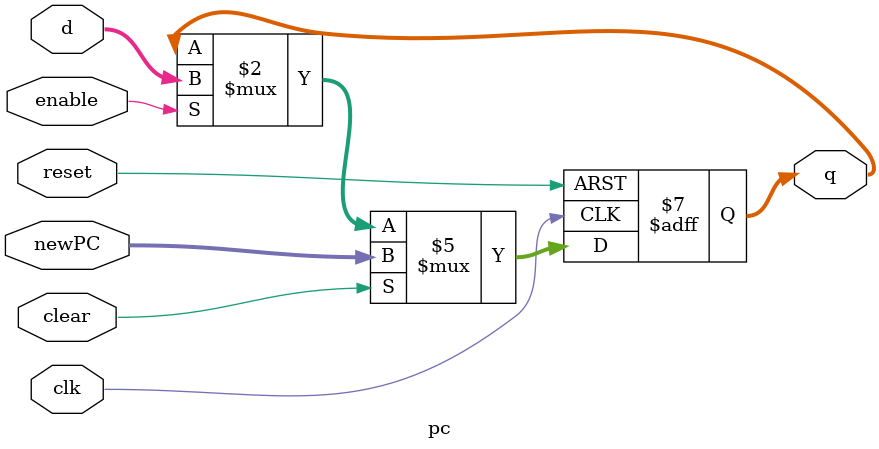
<source format=v>
/*pcflopenrc模块
    包含en信号、rst信号、clear信号的PC寄存器
*/
`timescale 1ns / 1ps

module pc #(parameter WIDTH = 8)(
	input clk, reset, enable,clear,
	input [WIDTH-1:0] d,
	input [WIDTH-1:0] newPC,
	output reg [WIDTH-1:0] q
	);

	always @(posedge clk, posedge reset) begin
		if(reset)			q <= 32'hbfc00000;
		else if(clear) 		q <= newPC;
		else if(enable) 	q <= d;
	end
endmodule

</source>
